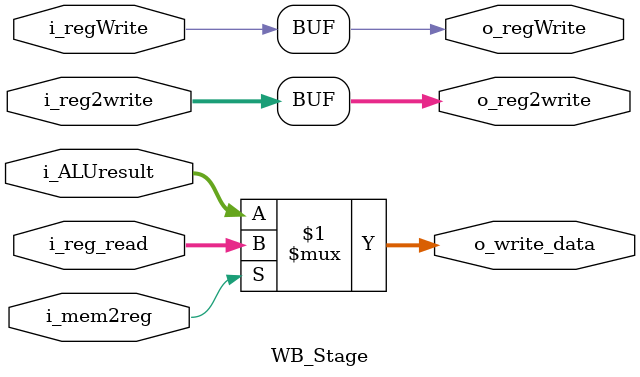
<source format=v>
module WB_Stage
#(
    parameter NB_DATA = 32, // Number of data bits
    parameter NB_ADDR = 5   // Number of address bits
)
(
    input   wire    [NB_DATA-1: 0]  i_reg_read,   // Data read from memory
    input   wire    [NB_DATA-1: 0]  i_ALUresult,  // ALU result
    input   wire    [4:0]           i_reg2write,  // Destination register (rd or rt)

    input   wire                    i_mem2reg,    // 1 -> Store value from memory, 0 -> Store ALU result
    input   wire                    i_regWrite,   // Control signal for register write

    output  wire    [NB_DATA-1: 0]  o_write_data, // Data to be written to the register
    output  wire    [4:0]           o_reg2write,  // Destination register
    output  wire                    o_regWrite    // Control signal for register write
);

    // Selects the data to write depending on i_mem2reg
    assign o_write_data = (i_mem2reg) ? i_reg_read : i_ALUresult;
    
    // Propagates the destination register
    assign o_reg2write = i_reg2write;
    
    // Propagates the write control signal
    assign o_regWrite  = i_regWrite;

endmodule
</source>
